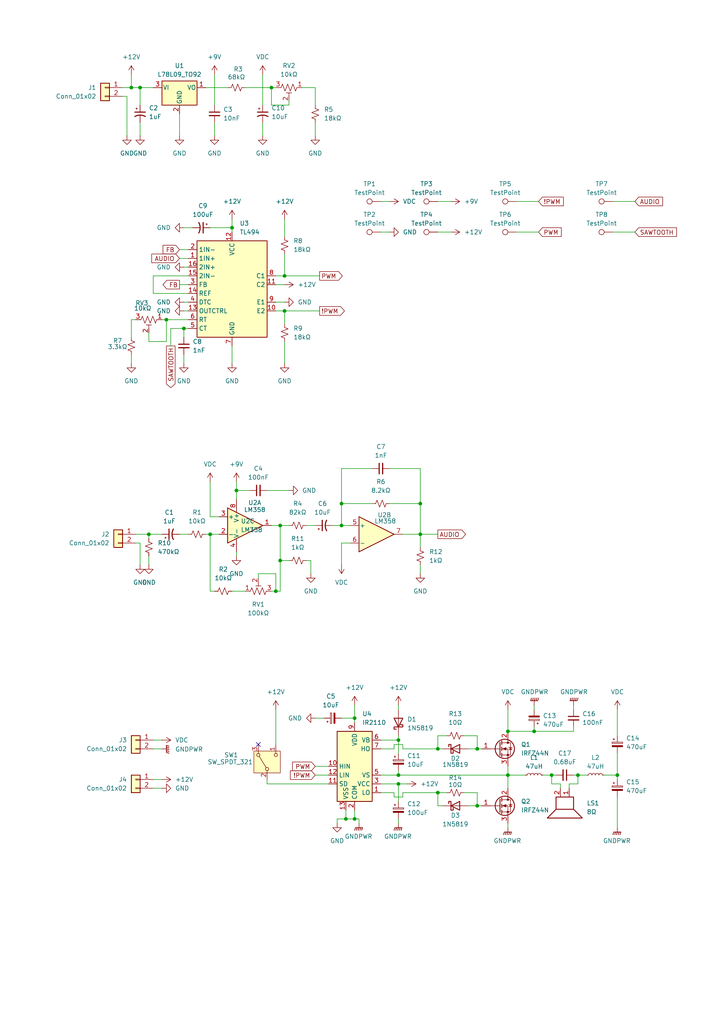
<source format=kicad_sch>
(kicad_sch (version 20231120) (generator "eeschema") (generator_version "8.0")
  (paper "A4" portrait)
  (junction (at 154.94 212.09))
  (junction (at 102.87 208.28))
  (junction (at 121.92 146.05))
  (junction (at 138.43 217.17))
  (junction (at 60.96 154.94))
  (junction (at 82.55 90.17))
  (junction (at 38.1 25.4))
  (junction (at 81.28 162.56))
  (junction (at 138.43 233.68))
  (junction (at 115.57 214.63))
  (junction (at 160.02 224.79))
  (junction (at 100.33 237.49))
  (junction (at 48.26 92.71))
  (junction (at 115.57 227.33))
  (junction (at 82.55 80.01))
  (junction (at 80.01 171.45))
  (junction (at 99.06 146.05))
  (junction (at 121.92 154.94))
  (junction (at 147.32 212.09))
  (junction (at 67.31 66.04))
  (junction (at 115.57 224.79))
  (junction (at 127 229.87))
  (junction (at 53.34 95.25))
  (junction (at 147.32 224.79))
  (junction (at 43.18 154.94))
  (junction (at 102.87 237.49))
  (junction (at 99.06 152.4))
  (junction (at 40.64 25.4))
  (junction (at 81.28 152.4))
  (junction (at 167.64 224.79))
  (junction (at 68.58 142.24))
  (junction (at 179.07 224.79))
  (junction (at 127 217.17))
  (junction (at 78.74 25.4))
  (no_connect (at 74.93 215.9))
  (wire (pts (xy 114.3 229.87) (xy 114.3 231.14)))
  (wire (pts (xy 114.3 217.17) (xy 114.3 215.9)))
  (wire (pts (xy 63.5 149.86) (xy 60.96 149.86)))
  (wire (pts (xy 44.45 85.09) (xy 44.45 80.01)))
  (wire (pts (xy 115.57 204.47) (xy 115.57 205.74)))
  (wire (pts (xy 167.64 227.33) (xy 167.64 224.79)))
  (wire (pts (xy 40.64 35.56) (xy 40.64 39.37)))
  (wire (pts (xy 128.27 233.68) (xy 127 233.68)))
  (wire (pts (xy 48.26 92.71) (xy 54.61 92.71)))
  (wire (pts (xy 53.34 77.47) (xy 54.61 77.47)))
  (wire (pts (xy 115.57 214.63) (xy 115.57 218.44)))
  (wire (pts (xy 102.87 204.47) (xy 102.87 208.28)))
  (wire (pts (xy 149.86 67.31) (xy 156.21 67.31)))
  (wire (pts (xy 62.23 21.59) (xy 62.23 30.48)))
  (wire (pts (xy 99.06 157.48) (xy 99.06 163.83)))
  (wire (pts (xy 80.01 205.74) (xy 80.01 215.9)))
  (wire (pts (xy 118.11 227.33) (xy 115.57 227.33)))
  (wire (pts (xy 99.06 152.4) (xy 101.6 152.4)))
  (wire (pts (xy 44.45 226.06) (xy 46.99 226.06)))
  (wire (pts (xy 39.37 154.94) (xy 43.18 154.94)))
  (wire (pts (xy 110.49 217.17) (xy 114.3 217.17)))
  (wire (pts (xy 43.18 154.94) (xy 43.18 156.21)))
  (wire (pts (xy 127 217.17) (xy 128.27 217.17)))
  (wire (pts (xy 54.61 85.09) (xy 44.45 85.09)))
  (wire (pts (xy 49.53 95.25) (xy 53.34 95.25)))
  (wire (pts (xy 110.49 214.63) (xy 115.57 214.63)))
  (wire (pts (xy 121.92 146.05) (xy 121.92 154.94)))
  (wire (pts (xy 175.26 224.79) (xy 179.07 224.79)))
  (wire (pts (xy 110.49 58.42) (xy 113.03 58.42)))
  (wire (pts (xy 116.84 217.17) (xy 127 217.17)))
  (wire (pts (xy 110.49 224.79) (xy 115.57 224.79)))
  (wire (pts (xy 91.44 208.28) (xy 93.98 208.28)))
  (wire (pts (xy 147.32 222.25) (xy 147.32 224.79)))
  (wire (pts (xy 52.07 72.39) (xy 54.61 72.39)))
  (wire (pts (xy 43.18 154.94) (xy 46.99 154.94)))
  (wire (pts (xy 134.62 229.87) (xy 138.43 229.87)))
  (wire (pts (xy 154.94 210.82) (xy 154.94 212.09)))
  (wire (pts (xy 60.96 149.86) (xy 60.96 139.7)))
  (wire (pts (xy 82.55 93.98) (xy 82.55 90.17)))
  (wire (pts (xy 110.49 229.87) (xy 114.3 229.87)))
  (wire (pts (xy 113.03 146.05) (xy 121.92 146.05)))
  (wire (pts (xy 166.37 224.79) (xy 167.64 224.79)))
  (wire (pts (xy 115.57 227.33) (xy 115.57 232.41)))
  (wire (pts (xy 44.45 80.01) (xy 54.61 80.01)))
  (wire (pts (xy 121.92 154.94) (xy 121.92 158.75)))
  (wire (pts (xy 52.07 74.93) (xy 54.61 74.93)))
  (wire (pts (xy 147.32 224.79) (xy 147.32 228.6)))
  (wire (pts (xy 81.28 162.56) (xy 81.28 152.4)))
  (wire (pts (xy 147.32 205.74) (xy 147.32 212.09)))
  (wire (pts (xy 147.32 238.76) (xy 147.32 240.03)))
  (wire (pts (xy 177.8 58.42) (xy 184.15 58.42)))
  (wire (pts (xy 44.45 217.17) (xy 46.99 217.17)))
  (wire (pts (xy 82.55 90.17) (xy 92.71 90.17)))
  (wire (pts (xy 115.57 213.36) (xy 115.57 214.63)))
  (wire (pts (xy 53.34 87.63) (xy 54.61 87.63)))
  (wire (pts (xy 59.69 154.94) (xy 60.96 154.94)))
  (wire (pts (xy 99.06 208.28) (xy 102.87 208.28)))
  (wire (pts (xy 154.94 212.09) (xy 147.32 212.09)))
  (wire (pts (xy 81.28 171.45) (xy 81.28 162.56)))
  (wire (pts (xy 80.01 171.45) (xy 81.28 171.45)))
  (wire (pts (xy 166.37 210.82) (xy 166.37 212.09)))
  (wire (pts (xy 80.01 166.37) (xy 80.01 171.45)))
  (wire (pts (xy 44.45 214.63) (xy 46.99 214.63)))
  (wire (pts (xy 76.2 21.59) (xy 76.2 30.48)))
  (wire (pts (xy 48.26 92.71) (xy 48.26 99.06)))
  (wire (pts (xy 138.43 229.87) (xy 138.43 233.68)))
  (wire (pts (xy 53.34 95.25) (xy 54.61 95.25)))
  (wire (pts (xy 38.1 21.59) (xy 38.1 25.4)))
  (wire (pts (xy 74.93 166.37) (xy 80.01 166.37)))
  (wire (pts (xy 135.89 217.17) (xy 138.43 217.17)))
  (wire (pts (xy 78.74 152.4) (xy 81.28 152.4)))
  (wire (pts (xy 52.07 154.94) (xy 54.61 154.94)))
  (wire (pts (xy 53.34 90.17) (xy 54.61 90.17)))
  (wire (pts (xy 114.3 215.9) (xy 116.84 215.9)))
  (wire (pts (xy 81.28 152.4) (xy 83.82 152.4)))
  (wire (pts (xy 40.64 25.4) (xy 40.64 30.48)))
  (wire (pts (xy 46.99 92.71) (xy 48.26 92.71)))
  (wire (pts (xy 127 213.36) (xy 127 217.17)))
  (wire (pts (xy 113.03 135.89) (xy 121.92 135.89)))
  (wire (pts (xy 83.82 29.21) (xy 83.82 30.48)))
  (wire (pts (xy 71.12 25.4) (xy 78.74 25.4)))
  (wire (pts (xy 165.1 227.33) (xy 167.64 227.33)))
  (wire (pts (xy 179.07 224.79) (xy 179.07 226.06)))
  (wire (pts (xy 38.1 25.4) (xy 40.64 25.4)))
  (wire (pts (xy 100.33 234.95) (xy 100.33 237.49)))
  (wire (pts (xy 157.48 224.79) (xy 160.02 224.79)))
  (wire (pts (xy 68.58 142.24) (xy 68.58 144.78)))
  (wire (pts (xy 104.14 237.49) (xy 102.87 237.49)))
  (wire (pts (xy 78.74 25.4) (xy 80.01 25.4)))
  (wire (pts (xy 67.31 100.33) (xy 67.31 105.41)))
  (wire (pts (xy 90.17 162.56) (xy 88.9 162.56)))
  (wire (pts (xy 68.58 142.24) (xy 72.39 142.24)))
  (wire (pts (xy 81.28 162.56) (xy 83.82 162.56)))
  (wire (pts (xy 162.56 228.6) (xy 162.56 227.33)))
  (wire (pts (xy 40.64 157.48) (xy 40.64 163.83)))
  (wire (pts (xy 80.01 80.01) (xy 82.55 80.01)))
  (wire (pts (xy 60.96 66.04) (xy 67.31 66.04)))
  (wire (pts (xy 116.84 215.9) (xy 116.84 217.17)))
  (wire (pts (xy 104.14 238.76) (xy 104.14 237.49)))
  (wire (pts (xy 40.64 25.4) (xy 44.45 25.4)))
  (wire (pts (xy 76.2 35.56) (xy 76.2 39.37)))
  (wire (pts (xy 115.57 237.49) (xy 115.57 238.76)))
  (wire (pts (xy 49.53 100.33) (xy 49.53 95.25)))
  (wire (pts (xy 78.74 30.48) (xy 78.74 25.4)))
  (wire (pts (xy 116.84 154.94) (xy 121.92 154.94)))
  (wire (pts (xy 77.47 226.06) (xy 77.47 227.33)))
  (wire (pts (xy 83.82 30.48) (xy 78.74 30.48)))
  (wire (pts (xy 179.07 218.44) (xy 179.07 224.79)))
  (wire (pts (xy 67.31 171.45) (xy 71.12 171.45)))
  (wire (pts (xy 166.37 204.47) (xy 166.37 205.74)))
  (wire (pts (xy 102.87 208.28) (xy 102.87 209.55)))
  (wire (pts (xy 91.44 25.4) (xy 91.44 30.48)))
  (wire (pts (xy 138.43 213.36) (xy 138.43 217.17)))
  (wire (pts (xy 138.43 233.68) (xy 139.7 233.68)))
  (wire (pts (xy 53.34 66.04) (xy 55.88 66.04)))
  (wire (pts (xy 160.02 227.33) (xy 160.02 224.79)))
  (wire (pts (xy 82.55 80.01) (xy 92.71 80.01)))
  (wire (pts (xy 91.44 222.25) (xy 95.25 222.25)))
  (wire (pts (xy 38.1 92.71) (xy 39.37 92.71)))
  (wire (pts (xy 127 233.68) (xy 127 229.87)))
  (wire (pts (xy 67.31 66.04) (xy 67.31 67.31)))
  (wire (pts (xy 110.49 227.33) (xy 115.57 227.33)))
  (wire (pts (xy 107.95 135.89) (xy 99.06 135.89)))
  (wire (pts (xy 80.01 90.17) (xy 82.55 90.17)))
  (wire (pts (xy 139.7 217.17) (xy 138.43 217.17)))
  (wire (pts (xy 99.06 146.05) (xy 99.06 152.4)))
  (wire (pts (xy 52.07 82.55) (xy 54.61 82.55)))
  (wire (pts (xy 115.57 224.79) (xy 147.32 224.79)))
  (wire (pts (xy 60.96 154.94) (xy 60.96 171.45)))
  (wire (pts (xy 39.37 157.48) (xy 40.64 157.48)))
  (wire (pts (xy 116.84 231.14) (xy 116.84 229.87)))
  (wire (pts (xy 160.02 224.79) (xy 161.29 224.79)))
  (wire (pts (xy 121.92 163.83) (xy 121.92 166.37)))
  (wire (pts (xy 127 58.42) (xy 130.81 58.42)))
  (wire (pts (xy 36.83 27.94) (xy 36.83 39.37)))
  (wire (pts (xy 115.57 223.52) (xy 115.57 224.79)))
  (wire (pts (xy 91.44 35.56) (xy 91.44 39.37)))
  (wire (pts (xy 101.6 157.48) (xy 99.06 157.48)))
  (wire (pts (xy 147.32 224.79) (xy 152.4 224.79)))
  (wire (pts (xy 78.74 171.45) (xy 80.01 171.45)))
  (wire (pts (xy 177.8 67.31) (xy 184.15 67.31)))
  (wire (pts (xy 154.94 204.47) (xy 154.94 205.74)))
  (wire (pts (xy 116.84 229.87) (xy 127 229.87)))
  (wire (pts (xy 59.69 25.4) (xy 66.04 25.4)))
  (wire (pts (xy 74.93 167.64) (xy 74.93 166.37)))
  (wire (pts (xy 149.86 58.42) (xy 156.21 58.42)))
  (wire (pts (xy 60.96 154.94) (xy 63.5 154.94)))
  (wire (pts (xy 77.47 227.33) (xy 95.25 227.33)))
  (wire (pts (xy 121.92 154.94) (xy 127 154.94)))
  (wire (pts (xy 68.58 160.02) (xy 68.58 161.29)))
  (wire (pts (xy 43.18 99.06) (xy 48.26 99.06)))
  (wire (pts (xy 77.47 142.24) (xy 83.82 142.24)))
  (wire (pts (xy 38.1 97.79) (xy 38.1 92.71)))
  (wire (pts (xy 35.56 27.94) (xy 36.83 27.94)))
  (wire (pts (xy 82.55 99.06) (xy 82.55 105.41)))
  (wire (pts (xy 82.55 63.5) (xy 82.55 68.58)))
  (wire (pts (xy 100.33 237.49) (xy 97.79 237.49)))
  (wire (pts (xy 87.63 25.4) (xy 91.44 25.4)))
  (wire (pts (xy 97.79 237.49) (xy 97.79 238.76)))
  (wire (pts (xy 90.17 166.37) (xy 90.17 162.56)))
  (wire (pts (xy 53.34 97.79) (xy 53.34 95.25)))
  (wire (pts (xy 102.87 237.49) (xy 100.33 237.49)))
  (wire (pts (xy 38.1 102.87) (xy 38.1 105.41)))
  (wire (pts (xy 43.18 161.29) (xy 43.18 163.83)))
  (wire (pts (xy 162.56 227.33) (xy 160.02 227.33)))
  (wire (pts (xy 114.3 231.14) (xy 116.84 231.14)))
  (wire (pts (xy 110.49 67.31) (xy 113.03 67.31)))
  (wire (pts (xy 166.37 212.09) (xy 154.94 212.09)))
  (wire (pts (xy 102.87 234.95) (xy 102.87 237.49)))
  (wire (pts (xy 68.58 139.7) (xy 68.58 142.24)))
  (wire (pts (xy 127 67.31) (xy 130.81 67.31)))
  (wire (pts (xy 127 229.87) (xy 129.54 229.87)))
  (wire (pts (xy 134.62 213.36) (xy 138.43 213.36)))
  (wire (pts (xy 62.23 171.45) (xy 60.96 171.45)))
  (wire (pts (xy 135.89 233.68) (xy 138.43 233.68)))
  (wire (pts (xy 82.55 80.01) (xy 82.55 73.66)))
  (wire (pts (xy 91.44 224.79) (xy 95.25 224.79)))
  (wire (pts (xy 121.92 135.89) (xy 121.92 146.05)))
  (wire (pts (xy 99.06 135.89) (xy 99.06 146.05)))
  (wire (pts (xy 62.23 35.56) (xy 62.23 39.37)))
  (wire (pts (xy 44.45 228.6) (xy 46.99 228.6)))
  (wire (pts (xy 167.64 224.79) (xy 170.18 224.79)))
  (wire (pts (xy 99.06 146.05) (xy 107.95 146.05)))
  (wire (pts (xy 179.07 205.74) (xy 179.07 213.36)))
  (wire (pts (xy 35.56 25.4) (xy 38.1 25.4)))
  (wire (pts (xy 88.9 152.4) (xy 91.44 152.4)))
  (wire (pts (xy 52.07 33.02) (xy 52.07 39.37)))
  (wire (pts (xy 80.01 82.55) (xy 82.55 82.55)))
  (wire (pts (xy 43.18 96.52) (xy 43.18 99.06)))
  (wire (pts (xy 179.07 231.14) (xy 179.07 240.03)))
  (wire (pts (xy 165.1 228.6) (xy 165.1 227.33)))
  (wire (pts (xy 67.31 63.5) (xy 67.31 66.04)))
  (wire (pts (xy 129.54 213.36) (xy 127 213.36)))
  (wire (pts (xy 96.52 152.4) (xy 99.06 152.4)))
  (wire (pts (xy 80.01 87.63) (xy 82.55 87.63)))
  (wire (pts (xy 53.34 102.87) (xy 53.34 105.41)))
  (global_label "!PWM" (shape input) (at 156.21 58.42 0) (property "Intersheetrefs" "${INTERSHEET_REFS}" (effects (hide yes))))
  (global_label "FB" (shape input) (at 52.07 72.39 180) (property "Intersheetrefs" "${INTERSHEET_REFS}" (effects (hide yes))))
  (global_label "AUDIO" (shape input) (at 184.15 58.42 0) (property "Intersheetrefs" "${INTERSHEET_REFS}" (effects (hide yes))))
  (global_label "PWM" (shape input) (at 91.44 222.25 180) (property "Intersheetrefs" "${INTERSHEET_REFS}" (effects (hide yes))))
  (global_label "FB" (shape output) (at 52.07 82.55 180) (property "Intersheetrefs" "${INTERSHEET_REFS}" (effects (hide yes))))
  (global_label "PWM" (shape output) (at 92.71 80.01 0) (property "Intersheetrefs" "${INTERSHEET_REFS}" (effects (hide yes))))
  (global_label "PWM" (shape input) (at 156.21 67.31 0) (property "Intersheetrefs" "${INTERSHEET_REFS}" (effects (hide yes))))
  (global_label "AUDIO" (shape output) (at 127 154.94 0) (property "Intersheetrefs" "${INTERSHEET_REFS}" (effects (hide yes))))
  (global_label "!PWM" (shape output) (at 92.71 90.17 0) (property "Intersheetrefs" "${INTERSHEET_REFS}" (effects (hide yes))))
  (global_label "SAWTOOTH" (shape output) (at 49.53 100.33 270) (property "Intersheetrefs" "${INTERSHEET_REFS}" (effects (hide yes))))
  (global_label "AUDIO" (shape input) (at 52.07 74.93 180) (property "Intersheetrefs" "${INTERSHEET_REFS}" (effects (hide yes))))
  (global_label "SAWTOOTH" (shape input) (at 184.15 67.31 0) (property "Intersheetrefs" "${INTERSHEET_REFS}" (effects (hide yes))))
  (global_label "!PWM" (shape input) (at 91.44 224.79 180) (property "Intersheetrefs" "${INTERSHEET_REFS}" (effects (hide yes))))
  (symbol (lib_id "Device:L_Small") (at 154.94 224.79 90) (unit 1)
    (property "Reference" "L1" (at 154.94 219.71 90))
    (property "Value" "47uH" (at 154.94 222.25 90))
    (property "Footprint" "Inductor_THT:L_Radial_D12.5mm_P7.00mm_Fastron_09HCP" (effects (hide yes)))
    (property "Description" "Inductor, small symbol" (effects (hide yes)))
  )
  (symbol (lib_id "Device:R_Small_US") (at 64.77 171.45 90) (unit 1)
    (property "Reference" "R2" (at 64.77 165.1 90))
    (property "Value" "10kΩ" (at 64.77 167.64 90))
    (property "Footprint" "Resistor_THT:R_Axial_DIN0204_L3.6mm_D1.6mm_P7.62mm_Horizontal" (effects (hide yes)))
    (property "Description" "Resistor, small US symbol" (effects (hide yes)))
  )
  (symbol (lib_id "Device:C_Small") (at 74.93 142.24 90) (unit 1)
    (property "Reference" "C4" (at 74.9363 135.89 90))
    (property "Value" "100nF" (at 74.9363 138.43 90))
    (property "Footprint" "Capacitor_THT:C_Disc_D5.0mm_W2.5mm_P5.00mm" (effects (hide yes)))
    (property "Description" "Unpolarized capacitor, small symbol" (effects (hide yes)))
  )
  (symbol (lib_id "Device:C_Polarized_Small") (at 179.07 228.6 0) (unit 1)
    (property "Reference" "C15" (at 181.61 226.7838 0) (effects (justify left)))
    (property "Value" "470uF" (at 181.61 229.3238 0) (effects (justify left)))
    (property "Footprint" "Capacitor_THT:CP_Radial_D10.0mm_P5.00mm" (effects (hide yes)))
    (property "Description" "Polarized capacitor, small symbol" (effects (hide yes)))
  )
  (symbol (lib_id "Device:C_Polarized_Small_US") (at 58.42 66.04 270) (unit 1)
    (property "Reference" "C9" (at 58.8518 59.69 90))
    (property "Value" "100uF" (at 58.8518 62.23 90))
    (property "Footprint" "Capacitor_THT:CP_Radial_D6.3mm_P2.50mm" (effects (hide yes)))
    (property "Description" "Polarized capacitor, small US symbol" (effects (hide yes)))
  )
  (symbol (lib_id "Device:L_Small") (at 172.72 224.79 90) (unit 1)
    (property "Reference" "L2" (at 172.72 219.71 90))
    (property "Value" "47uH" (at 172.72 222.25 90))
    (property "Footprint" "Inductor_THT:L_Radial_D12.5mm_P7.00mm_Fastron_09HCP" (effects (hide yes)))
    (property "Description" "Inductor, small symbol" (effects (hide yes)))
  )
  (symbol (lib_id "power:VDC") (at 60.96 139.7 0) (unit 1)
    (property "Reference" "#PWR013" (effects (hide yes)))
    (property "Value" "VDC" (at 60.96 134.62 0))
    (property "Description" "Power symbol creates a global label with name \"VDC\"" (effects (hide yes)))
  )
  (symbol (lib_id "Regulator_Controller:TL494") (at 67.31 85.09 0) (unit 1)
    (property "Reference" "U3" (at 69.5041 64.77 0) (effects (justify left)))
    (property "Value" "TL494" (at 69.5041 67.31 0) (effects (justify left)))
    (property "Footprint" "Package_DIP:DIP-16_W7.62mm" (effects (hide yes)))
    (property "Datasheet" "http://www.ti.com/lit/ds/symlink/tl494.pdf" (effects (hide yes)))
    (property "Description" "Pulse-Width-Modulation Control Circuits, PDIP-16/SOIC-16/TSSOP-16" (effects (hide yes)))
  )
  (symbol (lib_id "Connector_Generic:Conn_01x02") (at 39.37 214.63 0) (mirror y) (unit 1)
    (property "Reference" "J3" (at 36.83 214.6299 0) (effects (justify left)))
    (property "Value" "Conn_01x02" (at 36.83 217.1699 0) (effects (justify left)))
    (property "Footprint" "Connector_JST:JST_XH_B2B-XH-A_1x02_P2.50mm_Vertical" (effects (hide yes)))
    (property "Description" "Generic connector, single row, 01x02, script generated (kicad-library-utils/schlib/autogen/connector/)" (effects (hide yes)))
  )
  (symbol (lib_id "power:GND") (at 53.34 90.17 270) (unit 1)
    (property "Reference" "#PWR026" (effects (hide yes)))
    (property "Value" "GND" (at 49.53 90.1699 90) (effects (justify right)))
    (property "Description" "Power symbol creates a global label with name \"GND\" , ground" (effects (hide yes)))
  )
  (symbol (lib_id "power:GND") (at 36.83 39.37 0) (unit 1)
    (property "Reference" "#PWR05" (effects (hide yes)))
    (property "Value" "GND" (at 36.83 44.45 0))
    (property "Description" "Power symbol creates a global label with name \"GND\" , ground" (effects (hide yes)))
  )
  (symbol (lib_id "power:GND") (at 52.07 39.37 0) (unit 1)
    (property "Reference" "#PWR07" (effects (hide yes)))
    (property "Value" "GND" (at 52.07 44.45 0))
    (property "Description" "Power symbol creates a global label with name \"GND\" , ground" (effects (hide yes)))
  )
  (symbol (lib_id "Connector:TestPoint") (at 149.86 58.42 90) (unit 1)
    (property "Reference" "TP5" (at 146.558 53.34 90))
    (property "Value" "TestPoint" (at 146.558 55.88 90))
    (property "Footprint" "TestPoint:TestPoint_THTPad_D2.0mm_Drill1.0mm" (effects (hide yes)))
    (property "Description" "test point" (effects (hide yes)))
  )
  (symbol (lib_id "power:VDC") (at 76.2 21.59 0) (unit 1)
    (property "Reference" "#PWR04" (effects (hide yes)))
    (property "Value" "VDC" (at 76.2 16.51 0))
    (property "Description" "Power symbol creates a global label with name \"VDC\"" (effects (hide yes)))
  )
  (symbol (lib_id "Connector:TestPoint") (at 149.86 67.31 90) (unit 1)
    (property "Reference" "TP6" (at 146.558 62.23 90))
    (property "Value" "TestPoint" (at 146.558 64.77 90))
    (property "Footprint" "TestPoint:TestPoint_THTPad_D2.0mm_Drill1.0mm" (effects (hide yes)))
    (property "Description" "test point" (effects (hide yes)))
  )
  (symbol (lib_id "Device:C_Polarized_Small") (at 154.94 208.28 180) (unit 1)
    (property "Reference" "C13" (at 157.48 207.556 0) (effects (justify right)))
    (property "Value" "470uF" (at 157.48 210.096 0) (effects (justify right)))
    (property "Footprint" "Capacitor_THT:CP_Radial_D10.0mm_P5.00mm" (effects (hide yes)))
    (property "Description" "Polarized capacitor, small symbol" (effects (hide yes)))
  )
  (symbol (lib_id "power:GNDPWR") (at 147.32 240.03 0) (unit 1)
    (property "Reference" "#PWR048" (effects (hide yes)))
    (property "Value" "GNDPWR" (at 147.193 243.84 0))
    (property "Description" "Power symbol creates a global label with name \"GNDPWR\" , global ground" (effects (hide yes)))
  )
  (symbol (lib_id "Device:C_Small") (at 62.23 33.02 0) (unit 1)
    (property "Reference" "C3" (at 64.77 31.7562 0) (effects (justify left)))
    (property "Value" "10nF" (at 64.77 34.2962 0) (effects (justify left)))
    (property "Footprint" "Capacitor_THT:C_Disc_D3.8mm_W2.6mm_P2.50mm" (effects (hide yes)))
    (property "Description" "Unpolarized capacitor, small symbol" (effects (hide yes)))
  )
  (symbol (lib_id "power:GNDPWR") (at 46.99 217.17 90) (unit 1)
    (property "Reference" "#PWR035" (effects (hide yes)))
    (property "Value" "GNDPWR" (at 50.8 217.2969 90) (effects (justify right)))
    (property "Description" "Power symbol creates a global label with name \"GNDPWR\" , global ground" (effects (hide yes)))
  )
  (symbol (lib_id "Device:R_Small_US") (at 57.15 154.94 90) (unit 1)
    (property "Reference" "R1" (at 57.15 148.59 90))
    (property "Value" "10kΩ" (at 57.15 151.13 90))
    (property "Footprint" "Resistor_THT:R_Axial_DIN0204_L3.6mm_D1.6mm_P7.62mm_Horizontal" (effects (hide yes)))
    (property "Description" "Resistor, small US symbol" (effects (hide yes)))
  )
  (symbol (lib_id "power:VDC") (at 179.07 205.74 0) (unit 1)
    (property "Reference" "#PWR049" (effects (hide yes)))
    (property "Value" "VDC" (at 179.07 200.66 0))
    (property "Description" "Power symbol creates a global label with name \"VDC\"" (effects (hide yes)))
  )
  (symbol (lib_id "Switch:SW_SPDT_321") (at 77.47 220.98 90) (unit 1)
    (property "Reference" "SW1" (at 65.024 218.948 90) (effects (justify right)))
    (property "Value" "SW_SPDT_321" (at 60.198 220.98 90) (effects (justify right)))
    (property "Footprint" "Button_Switch_THT:SW_NKK_GW12LJP" (effects (hide yes)))
    (property "Description" "Switch, single pole double throw" (effects (hide yes)))
  )
  (symbol (lib_id "Diode:1N5819") (at 132.08 233.68 0) (unit 1)
    (property "Reference" "D3" (at 132.08 236.474 0))
    (property "Value" "1N5819" (at 132.08 239.014 0))
    (property "Footprint" "Diode_THT:D_DO-41_SOD81_P10.16mm_Horizontal" (effects (hide yes)))
    (property "Datasheet" "http://www.vishay.com/docs/88525/1n5817.pdf" (effects (hide yes)))
    (property "Description" "40V 1A Schottky Barrier Rectifier Diode, DO-41" (effects (hide yes)))
  )
  (symbol (lib_id "Connector_Generic:Conn_01x02") (at 34.29 154.94 0) (mirror y) (unit 1)
    (property "Reference" "J2" (at 31.75 154.9399 0) (effects (justify left)))
    (property "Value" "Conn_01x02" (at 31.75 157.4799 0) (effects (justify left)))
    (property "Footprint" "Connector_JST:JST_XH_B2B-XH-A_1x02_P2.50mm_Vertical" (effects (hide yes)))
    (property "Description" "Generic connector, single row, 01x02, script generated (kicad-library-utils/schlib/autogen/connector/)" (effects (hide yes)))
  )
  (symbol (lib_id "Connector_Generic:Conn_01x02") (at 39.37 226.06 0) (mirror y) (unit 1)
    (property "Reference" "J4" (at 36.83 226.0599 0) (effects (justify left)))
    (property "Value" "Conn_01x02" (at 36.83 228.5999 0) (effects (justify left)))
    (property "Footprint" "Connector_JST:JST_XH_B2B-XH-A_1x02_P2.50mm_Vertical" (effects (hide yes)))
    (property "Description" "Generic connector, single row, 01x02, script generated (kicad-library-utils/schlib/autogen/connector/)" (effects (hide yes)))
  )
  (symbol (lib_id "Amplifier_Operational:LM358") (at 71.12 152.4 0) (unit 3)
    (property "Reference" "U2" (at 69.85 151.1299 0) (effects (justify left)))
    (property "Value" "LM358" (at 69.85 153.6699 0) (effects (justify left)))
    (property "Footprint" "Package_DIP:DIP-8_W7.62mm" (effects (hide yes)))
    (property "Datasheet" "http://www.ti.com/lit/ds/symlink/lm2904-n.pdf" (effects (hide yes)))
    (property "Description" "Low-Power, Dual Operational Amplifiers, DIP-8/SOIC-8/TO-99-8" (effects (hide yes)))
  )
  (symbol (lib_id "power:+12V") (at 115.57 204.47 0) (unit 1)
    (property "Reference" "#PWR042" (effects (hide yes)))
    (property "Value" "+12V" (at 115.57 199.39 0))
    (property "Description" "Power symbol creates a global label with name \"+12V\"" (effects (hide yes)))
  )
  (symbol (lib_id "Device:C_Polarized_Small") (at 96.52 208.28 90) (unit 1)
    (property "Reference" "C5" (at 95.9739 201.93 90))
    (property "Value" "10uF" (at 95.9739 204.47 90))
    (property "Footprint" "Capacitor_THT:CP_Radial_D5.0mm_P2.00mm" (effects (hide yes)))
    (property "Description" "Polarized capacitor, small symbol" (effects (hide yes)))
  )
  (symbol (lib_id "power:GND") (at 53.34 66.04 270) (unit 1)
    (property "Reference" "#PWR027" (effects (hide yes)))
    (property "Value" "GND" (at 49.53 66.0399 90) (effects (justify right)))
    (property "Description" "Power symbol creates a global label with name \"GND\" , ground" (effects (hide yes)))
  )
  (symbol (lib_id "power:GND") (at 68.58 161.29 0) (unit 1)
    (property "Reference" "#PWR015" (effects (hide yes)))
    (property "Value" "GND" (at 68.58 166.37 0))
    (property "Description" "Power symbol creates a global label with name \"GND\" , ground" (effects (hide yes)))
  )
  (symbol (lib_id "Amplifier_Operational:LM358") (at 71.12 152.4 0) (unit 1)
    (property "Reference" "U2" (at 73.914 145.796 0))
    (property "Value" "LM358" (at 73.914 147.828 0))
    (property "Footprint" "Package_DIP:DIP-8_W7.62mm" (effects (hide yes)))
    (property "Datasheet" "http://www.ti.com/lit/ds/symlink/lm2904-n.pdf" (effects (hide yes)))
    (property "Description" "Low-Power, Dual Operational Amplifiers, DIP-8/SOIC-8/TO-99-8" (effects (hide yes)))
  )
  (symbol (lib_id "Regulator_Linear:L78L09_TO92") (at 52.07 25.4 0) (unit 1)
    (property "Reference" "U1" (at 52.07 19.05 0))
    (property "Value" "L78L09_TO92" (at 52.07 21.59 0))
    (property "Footprint" "Package_TO_SOT_THT:TO-92_Inline_Wide" (effects (hide yes)))
    (property "Datasheet" "http://www.st.com/content/ccc/resource/technical/document/datasheet/15/55/e5/aa/23/5b/43/fd/CD00000446.pdf/files/CD00000446.pdf/jcr:content/translations/en.CD00000446.pdf" (effects (hide yes)))
    (property "Description" "Positive 100mA 30V Linear Regulator, Fixed Output 9V, TO-92" (effects (hide yes)))
  )
  (symbol (lib_id "Connector:TestPoint") (at 110.49 58.42 90) (unit 1)
    (property "Reference" "TP1" (at 107.188 53.34 90))
    (property "Value" "TestPoint" (at 107.188 55.88 90))
    (property "Footprint" "TestPoint:TestPoint_THTPad_D2.0mm_Drill1.0mm" (effects (hide yes)))
    (property "Description" "test point" (effects (hide yes)))
  )
  (symbol (lib_id "power:+12V") (at 82.55 82.55 270) (unit 1)
    (property "Reference" "#PWR030" (effects (hide yes)))
    (property "Value" "+12V" (at 86.36 82.5499 90) (effects (justify left)))
    (property "Description" "Power symbol creates a global label with name \"+12V\"" (effects (hide yes)))
  )
  (symbol (lib_id "power:VDC") (at 147.32 205.74 0) (unit 1)
    (property "Reference" "#PWR044" (effects (hide yes)))
    (property "Value" "VDC" (at 147.32 200.66 0))
    (property "Description" "Power symbol creates a global label with name \"VDC\"" (effects (hide yes)))
  )
  (symbol (lib_id "Connector:TestPoint") (at 127 58.42 90) (unit 1)
    (property "Reference" "TP3" (at 123.698 53.34 90))
    (property "Value" "TestPoint" (at 123.698 55.88 90))
    (property "Footprint" "TestPoint:TestPoint_THTPad_D2.0mm_Drill1.0mm" (effects (hide yes)))
    (property "Description" "test point" (effects (hide yes)))
  )
  (symbol (lib_id "Device:C_Polarized_Small") (at 115.57 220.98 0) (unit 1)
    (property "Reference" "C11" (at 118.11 219.1638 0) (effects (justify left)))
    (property "Value" "10uF" (at 118.11 221.7038 0) (effects (justify left)))
    (property "Footprint" "Capacitor_THT:CP_Radial_D5.0mm_P2.00mm" (effects (hide yes)))
    (property "Description" "Polarized capacitor, small symbol" (effects (hide yes)))
  )
  (symbol (lib_id "Device:R_Small_US") (at 68.58 25.4 90) (unit 1)
    (property "Reference" "R3" (at 69.088 20.066 90))
    (property "Value" "68kΩ" (at 66.04 22.352 90) (effects (justify right)))
    (property "Footprint" "Resistor_THT:R_Axial_DIN0204_L3.6mm_D1.6mm_P7.62mm_Horizontal" (effects (hide yes)))
    (property "Description" "Resistor, small US symbol" (effects (hide yes)))
  )
  (symbol (lib_id "power:+12V") (at 38.1 21.59 0) (unit 1)
    (property "Reference" "#PWR02" (effects (hide yes)))
    (property "Value" "+12V" (at 38.1 16.51 0))
    (property "Description" "Power symbol creates a global label with name \"+12V\"" (effects (hide yes)))
  )
  (symbol (lib_id "Device:C_Polarized_Small_US") (at 76.2 33.02 0) (unit 1)
    (property "Reference" "C10" (at 78.74 31.3181 0) (effects (justify left)))
    (property "Value" "10uF" (at 78.74 33.8581 0) (effects (justify left)))
    (property "Footprint" "Capacitor_THT:CP_Radial_D5.0mm_P2.00mm" (effects (hide yes)))
    (property "Description" "Polarized capacitor, small US symbol" (effects (hide yes)))
  )
  (symbol (lib_id "Device:R_Potentiometer_Trim_US") (at 43.18 92.71 270) (unit 1)
    (property "Reference" "RV3" (at 41.148 87.884 90))
    (property "Value" "10kΩ" (at 41.402 89.408 90))
    (property "Footprint" "Potentiometer_THT:Potentiometer_Bourns_3296W_Vertical" (effects (hide yes)))
    (property "Description" "Trim-potentiometer, US symbol" (effects (hide yes)))
  )
  (symbol (lib_id "Device:R_Small_US") (at 86.36 152.4 90) (unit 1)
    (property "Reference" "R4" (at 86.36 146.05 90))
    (property "Value" "82kΩ" (at 86.36 148.59 90))
    (property "Footprint" "Resistor_THT:R_Axial_DIN0204_L3.6mm_D1.6mm_P7.62mm_Horizontal" (effects (hide yes)))
    (property "Description" "Resistor, small US symbol" (effects (hide yes)))
  )
  (symbol (lib_id "power:GND") (at 40.64 163.83 0) (unit 1)
    (property "Reference" "#PWR011" (effects (hide yes)))
    (property "Value" "GND" (at 40.64 168.91 0))
    (property "Description" "Power symbol creates a global label with name \"GND\" , ground" (effects (hide yes)))
  )
  (symbol (lib_id "Connector:TestPoint") (at 110.49 67.31 90) (unit 1)
    (property "Reference" "TP2" (at 107.188 62.23 90))
    (property "Value" "TestPoint" (at 107.188 64.77 90))
    (property "Footprint" "TestPoint:TestPoint_THTPad_D2.0mm_Drill1.0mm" (effects (hide yes)))
    (property "Description" "test point" (effects (hide yes)))
  )
  (symbol (lib_id "Device:C_Small") (at 166.37 208.28 0) (unit 1)
    (property "Reference" "C16" (at 168.91 207.0162 0) (effects (justify left)))
    (property "Value" "100nF" (at 168.91 209.5562 0) (effects (justify left)))
    (property "Footprint" "Capacitor_THT:C_Disc_D3.8mm_W2.6mm_P2.50mm" (effects (hide yes)))
    (property "Description" "Unpolarized capacitor, small symbol" (effects (hide yes)))
  )
  (symbol (lib_id "power:+12V") (at 102.87 204.47 0) (unit 1)
    (property "Reference" "#PWR041" (effects (hide yes)))
    (property "Value" "+12V" (at 102.87 199.39 0))
    (property "Description" "Power symbol creates a global label with name \"+12V\"" (effects (hide yes)))
  )
  (symbol (lib_id "power:GND") (at 43.18 163.83 0) (unit 1)
    (property "Reference" "#PWR012" (effects (hide yes)))
    (property "Value" "GND" (at 43.18 168.91 0))
    (property "Description" "Power symbol creates a global label with name \"GND\" , ground" (effects (hide yes)))
  )
  (symbol (lib_id "power:GND") (at 97.79 238.76 0) (unit 1)
    (property "Reference" "#PWR040" (effects (hide yes)))
    (property "Value" "GND" (at 97.79 243.84 0))
    (property "Description" "Power symbol creates a global label with name \"GND\" , ground" (effects (hide yes)))
  )
  (symbol (lib_id "Device:R_Small_US") (at 86.36 162.56 90) (unit 1)
    (property "Reference" "R11" (at 86.36 156.21 90))
    (property "Value" "1kΩ" (at 86.36 158.75 90))
    (property "Footprint" "Resistor_THT:R_Axial_DIN0204_L3.6mm_D1.6mm_P7.62mm_Horizontal" (effects (hide yes)))
    (property "Description" "Resistor, small US symbol" (effects (hide yes)))
  )
  (symbol (lib_id "Device:C_Small") (at 110.49 135.89 90) (unit 1)
    (property "Reference" "C7" (at 110.4963 129.54 90))
    (property "Value" "1nF" (at 110.4963 132.08 90))
    (property "Footprint" "Capacitor_THT:C_Disc_D3.8mm_W2.6mm_P2.50mm" (effects (hide yes)))
    (property "Description" "Unpolarized capacitor, small symbol" (effects (hide yes)))
  )
  (symbol (lib_id "Device:R_Small_US") (at 43.18 158.75 0) (unit 1)
    (property "Reference" "R10" (at 45.72 157.4799 0) (effects (justify left)))
    (property "Value" "470kΩ" (at 45.72 160.0199 0) (effects (justify left)))
    (property "Footprint" "Resistor_THT:R_Axial_DIN0204_L3.6mm_D1.6mm_P7.62mm_Horizontal" (effects (hide yes)))
    (property "Description" "Resistor, small US symbol" (effects (hide yes)))
  )
  (symbol (lib_id "power:+12V") (at 67.31 63.5 0) (unit 1)
    (property "Reference" "#PWR028" (effects (hide yes)))
    (property "Value" "+12V" (at 67.31 58.42 0))
    (property "Description" "Power symbol creates a global label with name \"+12V\"" (effects (hide yes)))
  )
  (symbol (lib_id "Diode:1N5819") (at 132.08 217.17 0) (unit 1)
    (property "Reference" "D2" (at 132.08 219.964 0))
    (property "Value" "1N5819" (at 132.08 221.742 0))
    (property "Footprint" "Diode_THT:D_DO-41_SOD81_P10.16mm_Horizontal" (effects (hide yes)))
    (property "Datasheet" "http://www.vishay.com/docs/88525/1n5817.pdf" (effects (hide yes)))
    (property "Description" "40V 1A Schottky Barrier Rectifier Diode, DO-41" (effects (hide yes)))
  )
  (symbol (lib_id "Connector:TestPoint") (at 127 67.31 90) (unit 1)
    (property "Reference" "TP4" (at 123.698 62.23 90))
    (property "Value" "TestPoint" (at 123.698 64.77 90))
    (property "Footprint" "TestPoint:TestPoint_THTPad_D2.0mm_Drill1.0mm" (effects (hide yes)))
    (property "Description" "test point" (effects (hide yes)))
  )
  (symbol (lib_id "power:VDC") (at 46.99 214.63 270) (unit 1)
    (property "Reference" "#PWR038" (effects (hide yes)))
    (property "Value" "VDC" (at 50.8 214.6299 90) (effects (justify left)))
    (property "Description" "Power symbol creates a global label with name \"VDC\"" (effects (hide yes)))
  )
  (symbol (lib_id "power:GND") (at 38.1 105.41 0) (unit 1)
    (property "Reference" "#PWR020" (effects (hide yes)))
    (property "Value" "GND" (at 38.1 110.49 0))
    (property "Description" "Power symbol creates a global label with name \"GND\" , ground" (effects (hide yes)))
  )
  (symbol (lib_id "Connector_Generic:Conn_01x02") (at 30.48 25.4 0) (mirror y) (unit 1)
    (property "Reference" "J1" (at 27.94 25.3999 0) (effects (justify left)))
    (property "Value" "Conn_01x02" (at 27.94 27.9399 0) (effects (justify left)))
    (property "Footprint" "Connector_BarrelJack:BarrelJack_GCT_DCJ200-10-A_Horizontal" (effects (hide yes)))
    (property "Description" "Generic connector, single row, 01x02, script generated (kicad-library-utils/schlib/autogen/connector/)" (effects (hide yes)))
  )
  (symbol (lib_id "Device:R_Small_US") (at 91.44 33.02 0) (unit 1)
    (property "Reference" "R5" (at 93.98 31.7499 0) (effects (justify left)))
    (property "Value" "18kΩ" (at 93.98 34.2899 0) (effects (justify left)))
    (property "Footprint" "Resistor_THT:R_Axial_DIN0204_L3.6mm_D1.6mm_P7.62mm_Horizontal" (effects (hide yes)))
    (property "Description" "Resistor, small US symbol" (effects (hide yes)))
  )
  (symbol (lib_id "Device:C_Small") (at 53.34 100.33 0) (unit 1)
    (property "Reference" "C8" (at 55.88 99.0662 0) (effects (justify left)))
    (property "Value" "1nF" (at 55.88 101.6062 0) (effects (justify left)))
    (property "Footprint" "Capacitor_THT:C_Disc_D3.8mm_W2.6mm_P2.50mm" (effects (hide yes)))
    (property "Description" "Unpolarized capacitor, small symbol" (effects (hide yes)))
  )
  (symbol (lib_id "Device:R_Small_US") (at 110.49 146.05 90) (unit 1)
    (property "Reference" "R6" (at 110.49 139.7 90))
    (property "Value" "8.2kΩ" (at 110.49 142.24 90))
    (property "Footprint" "Resistor_THT:R_Axial_DIN0204_L3.6mm_D1.6mm_P7.62mm_Horizontal" (effects (hide yes)))
    (property "Description" "Resistor, small US symbol" (effects (hide yes)))
  )
  (symbol (lib_id "Device:C_Polarized_Small_US") (at 49.53 154.94 90) (unit 1)
    (property "Reference" "C1" (at 49.0982 148.59 90))
    (property "Value" "1uF" (at 49.0982 151.13 90))
    (property "Footprint" "Capacitor_THT:CP_Radial_D5.0mm_P2.00mm" (effects (hide yes)))
    (property "Description" "Polarized capacitor, small US symbol" (effects (hide yes)))
  )
  (symbol (lib_id "power:GND") (at 113.03 67.31 90) (unit 1)
    (property "Reference" "#PWR032" (effects (hide yes)))
    (property "Value" "GND" (at 116.84 67.3099 90) (effects (justify right)))
    (property "Description" "Power symbol creates a global label with name \"GND\" , ground" (effects (hide yes)))
  )
  (symbol (lib_id "power:GND") (at 82.55 87.63 90) (unit 1)
    (property "Reference" "#PWR022" (effects (hide yes)))
    (property "Value" "GND" (at 86.36 87.6299 90) (effects (justify right)))
    (property "Description" "Power symbol creates a global label with name \"GND\" , ground" (effects (hide yes)))
  )
  (symbol (lib_id "power:+9V") (at 68.58 139.7 0) (unit 1)
    (property "Reference" "#PWR014" (effects (hide yes)))
    (property "Value" "+9V" (at 68.58 134.62 0))
    (property "Description" "Power symbol creates a global label with name \"+9V\"" (effects (hide yes)))
  )
  (symbol (lib_id "power:GNDPWR") (at 154.94 204.47 180) (unit 1)
    (property "Reference" "#PWR045" (effects (hide yes)))
    (property "Value" "GNDPWR" (at 155.067 200.66 0))
    (property "Description" "Power symbol creates a global label with name \"GNDPWR\" , global ground" (effects (hide yes)))
  )
  (symbol (lib_id "power:+9V") (at 62.23 21.59 0) (unit 1)
    (property "Reference" "#PWR03" (effects (hide yes)))
    (property "Value" "+9V" (at 62.23 16.51 0))
    (property "Description" "Power symbol creates a global label with name \"+9V\"" (effects (hide yes)))
  )
  (symbol (lib_id "power:+12V") (at 80.01 205.74 0) (unit 1)
    (property "Reference" "#PWR043" (effects (hide yes)))
    (property "Value" "+12V" (at 80.01 200.66 0))
    (property "Description" "Power symbol creates a global label with name \"+12V\"" (effects (hide yes)))
  )
  (symbol (lib_id "power:GNDPWR") (at 166.37 204.47 180) (unit 1)
    (property "Reference" "#PWR046" (effects (hide yes)))
    (property "Value" "GNDPWR" (at 166.497 200.66 0))
    (property "Description" "Power symbol creates a global label with name \"GNDPWR\" , global ground" (effects (hide yes)))
  )
  (symbol (lib_id "Device:R_Small_US") (at 121.92 161.29 180) (unit 1)
    (property "Reference" "R12" (at 124.46 160.0199 0) (effects (justify right)))
    (property "Value" "1kΩ" (at 124.46 162.5599 0) (effects (justify right)))
    (property "Footprint" "Resistor_THT:R_Axial_DIN0204_L3.6mm_D1.6mm_P7.62mm_Horizontal" (effects (hide yes)))
    (property "Description" "Resistor, small US symbol" (effects (hide yes)))
  )
  (symbol (lib_id "Device:C_Polarized_Small_US") (at 40.64 33.02 0) (unit 1)
    (property "Reference" "C2" (at 43.18 31.3181 0) (effects (justify left)))
    (property "Value" "1uF" (at 43.18 33.8581 0) (effects (justify left)))
    (property "Footprint" "Capacitor_THT:CP_Radial_D5.0mm_P2.00mm" (effects (hide yes)))
    (property "Description" "Polarized capacitor, small US symbol" (effects (hide yes)))
  )
  (symbol (lib_id "power:GND") (at 83.82 142.24 90) (unit 1)
    (property "Reference" "#PWR016" (effects (hide yes)))
    (property "Value" "GND" (at 87.63 142.2399 90) (effects (justify right)))
    (property "Description" "Power symbol creates a global label with name \"GND\" , ground" (effects (hide yes)))
  )
  (symbol (lib_id "Transistor_FET:IRLZ44N") (at 144.78 217.17 0) (unit 1)
    (property "Reference" "Q1" (at 151.13 215.8999 0) (effects (justify left)))
    (property "Value" "IRFZ44N" (at 151.13 218.4399 0) (effects (justify left)))
    (property "Footprint" "Package_TO_SOT_THT:TO-220-3_Vertical" (effects (hide yes)))
    (property "Datasheet" "http://www.irf.com/product-info/datasheets/data/irlz44n.pdf" (effects (hide yes)))
    (property "Description" "47A Id, 55V Vds, 22mOhm Rds Single N-Channel HEXFET Power MOSFET, TO-220AB" (effects (hide yes)))
  )
  (symbol (lib_id "Device:R_Potentiometer_Trim_US") (at 83.82 25.4 270) (unit 1)
    (property "Reference" "RV2" (at 83.82 19.05 90))
    (property "Value" "10kΩ" (at 83.82 21.59 90))
    (property "Footprint" "Potentiometer_THT:Potentiometer_Bourns_3296W_Vertical" (effects (hide yes)))
    (property "Description" "Trim-potentiometer, US symbol" (effects (hide yes)))
  )
  (symbol (lib_id "power:GND") (at 76.2 39.37 0) (unit 1)
    (property "Reference" "#PWR09" (effects (hide yes)))
    (property "Value" "GND" (at 76.2 44.45 0))
    (property "Description" "Power symbol creates a global label with name \"GND\" , ground" (effects (hide yes)))
  )
  (symbol (lib_id "Transistor_FET:IRLZ44N") (at 144.78 233.68 0) (unit 1)
    (property "Reference" "Q2" (at 151.13 232.4099 0) (effects (justify left)))
    (property "Value" "IRFZ44N" (at 151.13 234.9499 0) (effects (justify left)))
    (property "Footprint" "Package_TO_SOT_THT:TO-220-3_Vertical" (effects (hide yes)))
    (property "Datasheet" "http://www.irf.com/product-info/datasheets/data/irlz44n.pdf" (effects (hide yes)))
    (property "Description" "47A Id, 55V Vds, 22mOhm Rds Single N-Channel HEXFET Power MOSFET, TO-220AB" (effects (hide yes)))
  )
  (symbol (lib_id "power:GND") (at 121.92 166.37 0) (unit 1)
    (property "Reference" "#PWR019" (effects (hide yes)))
    (property "Value" "GND" (at 121.92 171.45 0))
    (property "Description" "Power symbol creates a global label with name \"GND\" , ground" (effects (hide yes)))
  )
  (symbol (lib_id "power:+12V") (at 46.99 226.06 270) (unit 1)
    (property "Reference" "#PWR037" (effects (hide yes)))
    (property "Value" "+12V" (at 50.8 226.0599 90) (effects (justify left)))
    (property "Description" "Power symbol creates a global label with name \"+12V\"" (effects (hide yes)))
  )
  (symbol (lib_id "Device:R_Small_US") (at 132.08 229.87 90) (unit 1)
    (property "Reference" "R14" (at 132.08 225.552 90))
    (property "Value" "10Ω" (at 132.08 227.584 90))
    (property "Footprint" "Resistor_THT:R_Axial_DIN0204_L3.6mm_D1.6mm_P7.62mm_Horizontal" (effects (hide yes)))
    (property "Description" "Resistor, small US symbol" (effects (hide yes)))
  )
  (symbol (lib_id "power:GND") (at 82.55 105.41 0) (unit 1)
    (property "Reference" "#PWR023" (effects (hide yes)))
    (property "Value" "GND" (at 82.55 110.49 0))
    (property "Description" "Power symbol creates a global label with name \"GND\" , ground" (effects (hide yes)))
  )
  (symbol (lib_id "Connector:TestPoint") (at 177.8 58.42 90) (unit 1)
    (property "Reference" "TP7" (at 174.498 53.34 90))
    (property "Value" "TestPoint" (at 174.498 55.88 90))
    (property "Footprint" "TestPoint:TestPoint_THTPad_D2.0mm_Drill1.0mm" (effects (hide yes)))
    (property "Description" "test point" (effects (hide yes)))
  )
  (symbol (lib_id "Diode:1N5819") (at 115.57 209.55 90) (unit 1)
    (property "Reference" "D1" (at 118.11 208.5974 90) (effects (justify right)))
    (property "Value" "1N5819" (at 118.11 211.1374 90) (effects (justify right)))
    (property "Footprint" "Diode_THT:D_DO-41_SOD81_P10.16mm_Horizontal" (effects (hide yes)))
    (property "Datasheet" "http://www.vishay.com/docs/88525/1n5817.pdf" (effects (hide yes)))
    (property "Description" "40V 1A Schottky Barrier Rectifier Diode, DO-41" (effects (hide yes)))
  )
  (symbol (lib_id "Device:C_Polarized_Small_US") (at 93.98 152.4 90) (unit 1)
    (property "Reference" "C6" (at 93.5482 146.05 90))
    (property "Value" "10uF" (at 93.5482 148.59 90))
    (property "Footprint" "Capacitor_THT:CP_Radial_D5.0mm_P2.00mm" (effects (hide yes)))
    (property "Description" "Polarized capacitor, small US symbol" (effects (hide yes)))
  )
  (symbol (lib_id "power:GND") (at 53.34 87.63 270) (unit 1)
    (property "Reference" "#PWR024" (effects (hide yes)))
    (property "Value" "GND" (at 49.53 87.6299 90) (effects (justify right)))
    (property "Description" "Power symbol creates a global label with name \"GND\" , ground" (effects (hide yes)))
  )
  (symbol (lib_id "power:GND") (at 67.31 105.41 0) (unit 1)
    (property "Reference" "#PWR021" (effects (hide yes)))
    (property "Value" "GND" (at 67.31 110.49 0))
    (property "Description" "Power symbol creates a global label with name \"GND\" , ground" (effects (hide yes)))
  )
  (symbol (lib_id "power:VDC") (at 99.06 163.83 180) (unit 1)
    (property "Reference" "#PWR018" (effects (hide yes)))
    (property "Value" "VDC" (at 99.06 168.91 0))
    (property "Description" "Power symbol creates a global label with name \"VDC\"" (effects (hide yes)))
  )
  (symbol (lib_id "power:+12V") (at 118.11 227.33 270) (unit 1)
    (property "Reference" "#PWR051" (effects (hide yes)))
    (property "Value" "+12V" (at 121.92 227.3299 90) (effects (justify left)))
    (property "Description" "Power symbol creates a global label with name \"+12V\"" (effects (hide yes)))
  )
  (symbol (lib_id "power:VDC") (at 113.03 58.42 270) (unit 1)
    (property "Reference" "#PWR031" (effects (hide yes)))
    (property "Value" "VDC" (at 116.84 58.4199 90) (effects (justify left)))
    (property "Description" "Power symbol creates a global label with name \"VDC\"" (effects (hide yes)))
  )
  (symbol (lib_id "Device:R_Small_US") (at 38.1 100.33 0) (unit 1)
    (property "Reference" "R7" (at 32.766 98.806 0) (effects (justify left)))
    (property "Value" "3.3kΩ" (at 31.242 100.584 0) (effects (justify left)))
    (property "Footprint" "Resistor_THT:R_Axial_DIN0204_L3.6mm_D1.6mm_P7.62mm_Horizontal" (effects (hide yes)))
    (property "Description" "Resistor, small US symbol" (effects (hide yes)))
  )
  (symbol (lib_id "power:GND") (at 53.34 77.47 270) (unit 1)
    (property "Reference" "#PWR025" (effects (hide yes)))
    (property "Value" "GND" (at 49.53 77.4699 90) (effects (justify right)))
    (property "Description" "Power symbol creates a global label with name \"GND\" , ground" (effects (hide yes)))
  )
  (symbol (lib_id "Connector:TestPoint") (at 177.8 67.31 90) (unit 1)
    (property "Reference" "TP8" (at 174.498 62.23 90))
    (property "Value" "TestPoint" (at 174.498 64.77 90))
    (property "Footprint" "TestPoint:TestPoint_THTPad_D2.0mm_Drill1.0mm" (effects (hide yes)))
    (property "Description" "test point" (effects (hide yes)))
  )
  (symbol (lib_id "Device:R_Potentiometer_Trim_US") (at 74.93 171.45 90) (unit 1)
    (property "Reference" "RV1" (at 74.93 175.26 90))
    (property "Value" "100kΩ" (at 74.93 177.8 90))
    (property "Footprint" "Potentiometer_THT:Potentiometer_Bourns_3296W_Vertical" (effects (hide yes)))
    (property "Description" "Trim-potentiometer, US symbol" (effects (hide yes)))
  )
  (symbol (lib_id "power:GNDPWR") (at 115.57 238.76 0) (unit 1)
    (property "Reference" "#PWR047" (effects (hide yes)))
    (property "Value" "GNDPWR" (at 115.443 242.57 0))
    (property "Description" "Power symbol creates a global label with name \"GNDPWR\" , global ground" (effects (hide yes)))
  )
  (symbol (lib_id "Amplifier_Operational:LM358") (at 109.22 154.94 0) (unit 2)
    (property "Reference" "U2" (at 111.506 149.352 0))
    (property "Value" "LM358" (at 111.76 151.13 0))
    (property "Footprint" "Package_DIP:DIP-8_W7.62mm" (effects (hide yes)))
    (property "Datasheet" "http://www.ti.com/lit/ds/symlink/lm2904-n.pdf" (effects (hide yes)))
    (property "Description" "Low-Power, Dual Operational Amplifiers, DIP-8/SOIC-8/TO-99-8" (effects (hide yes)))
  )
  (symbol (lib_id "power:+12V") (at 82.55 63.5 0) (unit 1)
    (property "Reference" "#PWR029" (effects (hide yes)))
    (property "Value" "+12V" (at 82.55 58.42 0))
    (property "Description" "Power symbol creates a global label with name \"+12V\"" (effects (hide yes)))
  )
  (symbol (lib_id "power:GND") (at 46.99 228.6 90) (unit 1)
    (property "Reference" "#PWR036" (effects (hide yes)))
    (property "Value" "GND" (at 50.8 228.5999 90) (effects (justify right)))
    (property "Description" "Power symbol creates a global label with name \"GND\" , ground" (effects (hide yes)))
  )
  (symbol (lib_id "power:+9V") (at 130.81 58.42 270) (unit 1)
    (property "Reference" "#PWR033" (effects (hide yes)))
    (property "Value" "+9V" (at 134.62 58.4199 90) (effects (justify left)))
    (property "Description" "Power symbol creates a global label with name \"+9V\"" (effects (hide yes)))
  )
  (symbol (lib_id "Device:C_Small") (at 163.83 224.79 270) (unit 1)
    (property "Reference" "C17" (at 163.8236 218.44 90))
    (property "Value" "0.68uF" (at 163.8236 220.98 90))
    (property "Footprint" "Capacitor_THT:C_Rect_L7.0mm_W3.5mm_P5.00mm" (effects (hide yes)))
    (property "Description" "Unpolarized capacitor, small symbol" (effects (hide yes)))
  )
  (symbol (lib_id "power:GNDPWR") (at 104.14 238.76 0) (unit 1)
    (property "Reference" "#PWR039" (effects (hide yes)))
    (property "Value" "GNDPWR" (at 104.013 242.57 0))
    (property "Description" "Power symbol creates a global label with name \"GNDPWR\" , global ground" (effects (hide yes)))
  )
  (symbol (lib_id "power:GND") (at 53.34 105.41 0) (unit 1)
    (property "Reference" "#PWR01" (effects (hide yes)))
    (property "Value" "GND" (at 53.34 110.49 0))
    (property "Description" "Power symbol creates a global label with name \"GND\" , ground" (effects (hide yes)))
  )
  (symbol (lib_id "Device:R_Small_US") (at 132.08 213.36 90) (unit 1)
    (property "Reference" "R13" (at 132.08 207.01 90))
    (property "Value" "10Ω" (at 132.08 209.55 90))
    (property "Footprint" "Resistor_THT:R_Axial_DIN0204_L3.6mm_D1.6mm_P7.62mm_Horizontal" (effects (hide yes)))
    (property "Description" "Resistor, small US symbol" (effects (hide yes)))
  )
  (symbol (lib_id "power:GNDPWR") (at 179.07 240.03 0) (unit 1)
    (property "Reference" "#PWR052" (effects (hide yes)))
    (property "Value" "GNDPWR" (at 178.943 243.84 0))
    (property "Description" "Power symbol creates a global label with name \"GNDPWR\" , global ground" (effects (hide yes)))
  )
  (symbol (lib_id "Device:R_Small_US") (at 82.55 96.52 0) (unit 1)
    (property "Reference" "R9" (at 85.09 95.2499 0) (effects (justify left)))
    (property "Value" "18kΩ" (at 85.09 97.7899 0) (effects (justify left)))
    (property "Footprint" "Resistor_THT:R_Axial_DIN0204_L3.6mm_D1.6mm_P7.62mm_Horizontal" (effects (hide yes)))
    (property "Description" "Resistor, small US symbol" (effects (hide yes)))
  )
  (symbol (lib_id "power:GND") (at 91.44 39.37 0) (unit 1)
    (property "Reference" "#PWR010" (effects (hide yes)))
    (property "Value" "GND" (at 91.44 44.45 0))
    (property "Description" "Power symbol creates a global label with name \"GND\" , ground" (effects (hide yes)))
  )
  (symbol (lib_id "Device:Speaker") (at 165.1 233.68 270) (unit 1)
    (property "Reference" "LS1" (at 170.18 232.9179 90) (effects (justify left)))
    (property "Value" "8Ω" (at 170.18 235.4579 90) (effects (justify left)))
    (property "Footprint" "Connector_Molex:Molex_KK-396_A-41791-0002_1x02_P3.96mm_Vertical" (effects (hide yes)))
    (property "Description" "Speaker" (effects (hide yes)))
  )
  (symbol (lib_id "power:GND") (at 40.64 39.37 0) (unit 1)
    (property "Reference" "#PWR06" (effects (hide yes)))
    (property "Value" "GND" (at 40.64 44.45 0))
    (property "Description" "Power symbol creates a global label with name \"GND\" , ground" (effects (hide yes)))
  )
  (symbol (lib_id "power:GND") (at 62.23 39.37 0) (unit 1)
    (property "Reference" "#PWR08" (effects (hide yes)))
    (property "Value" "GND" (at 62.23 44.45 0))
    (property "Description" "Power symbol creates a global label with name \"GND\" , ground" (effects (hide yes)))
  )
  (symbol (lib_id "Device:C_Polarized_Small") (at 115.57 234.95 0) (unit 1)
    (property "Reference" "C12" (at 118.11 233.1338 0) (effects (justify left)))
    (property "Value" "100uF" (at 118.11 235.6738 0) (effects (justify left)))
    (property "Footprint" "Capacitor_THT:CP_Radial_D8.0mm_P2.50mm" (effects (hide yes)))
    (property "Description" "Polarized capacitor, small symbol" (effects (hide yes)))
  )
  (symbol (lib_id "power:+12V") (at 130.81 67.31 270) (unit 1)
    (property "Reference" "#PWR034" (effects (hide yes)))
    (property "Value" "+12V" (at 134.62 67.3099 90) (effects (justify left)))
    (property "Description" "Power symbol creates a global label with name \"+12V\"" (effects (hide yes)))
  )
  (symbol (lib_id "power:GND") (at 90.17 166.37 0) (unit 1)
    (property "Reference" "#PWR017" (effects (hide yes)))
    (property "Value" "GND" (at 90.17 171.45 0))
    (property "Description" "Power symbol creates a global label with name \"GND\" , ground" (effects (hide yes)))
  )
  (symbol (lib_id "power:GND") (at 91.44 208.28 270) (unit 1)
    (property "Reference" "#PWR050" (effects (hide yes)))
    (property "Value" "GND" (at 87.63 208.2799 90) (effects (justify right)))
    (property "Description" "Power symbol creates a global label with name \"GND\" , ground" (effects (hide yes)))
  )
  (symbol (lib_id "Driver_FET:IR2110") (at 102.87 222.25 0) (unit 1)
    (property "Reference" "U4" (at 105.0641 207.01 0) (effects (justify left)))
    (property "Value" "IR2110" (at 105.0641 209.55 0) (effects (justify left)))
    (property "Footprint" "Package_DIP:DIP-14_W7.62mm" (effects (hide yes)))
    (property "Datasheet" "https://www.infineon.com/dgdl/ir2110.pdf?fileId=5546d462533600a4015355c80333167e" (effects (hide yes)))
    (property "Description" "High and Low Side Driver, 500V, 2.0/2.0A, PDIP-14" (effects (hide yes)))
  )
  (symbol (lib_id "Device:C_Polarized_Small") (at 179.07 215.9 0) (unit 1)
    (property "Reference" "C14" (at 181.61 214.0838 0) (effects (justify left)))
    (property "Value" "470uF" (at 181.61 216.6238 0) (effects (justify left)))
    (property "Footprint" "Capacitor_THT:CP_Radial_D10.0mm_P5.00mm" (effects (hide yes)))
    (property "Description" "Polarized capacitor, small symbol" (effects (hide yes)))
  )
  (symbol (lib_id "Device:R_Small_US") (at 82.55 71.12 0) (unit 1)
    (property "Reference" "R8" (at 85.09 69.8499 0) (effects (justify left)))
    (property "Value" "18kΩ" (at 85.09 72.3899 0) (effects (justify left)))
    (property "Footprint" "Resistor_THT:R_Axial_DIN0204_L3.6mm_D1.6mm_P7.62mm_Horizontal" (effects (hide yes)))
    (property "Description" "Resistor, small US symbol" (effects (hide yes)))
  )
)
</source>
